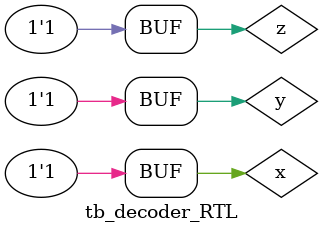
<source format=v>
`timescale 1ns/100ps


module tb_decoder_RTL;

reg x,y,z;
wire [7:0] out;

m_3x8_decoder_RTL test_decoder(out,x,y,z);

initial begin
    x=0;y=0;z=0;
    #250 x=0;y=0;z=1;
    #250 x=0;y=1;z=0;
    #250 x=0;y=1;z=1;
    #250 x=1;y=0;z=0;
    #250 x=1;y=0;z=1;
    #250 x=1;y=1;z=0;
    #250 x=1;y=1;z=1;
end

endmodule

</source>
